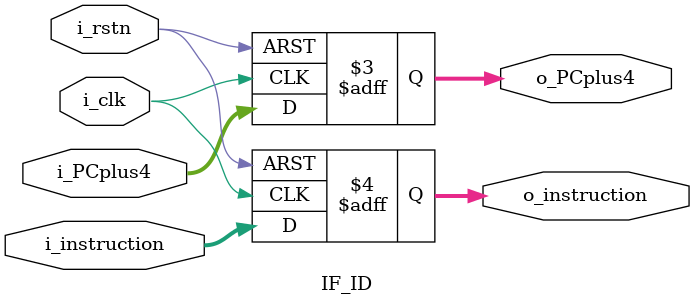
<source format=v>
module IF_ID (
    input i_clk, i_rstn,
    input[31:0] i_PCplus4, i_instruction,
    output reg [31:0] o_PCplus4,
    output reg [31:0] o_instruction
);
    always @(posedge i_clk, negedge i_rstn ) begin
        if (!i_rstn) begin
            o_PCplus4   <= 32'd0;
            o_instruction   <= 32'd0;
            
        end
        else
        begin
            o_PCplus4 <= i_PCplus4;
            o_instruction <= i_instruction;
            
        end
    end
endmodule
</source>
